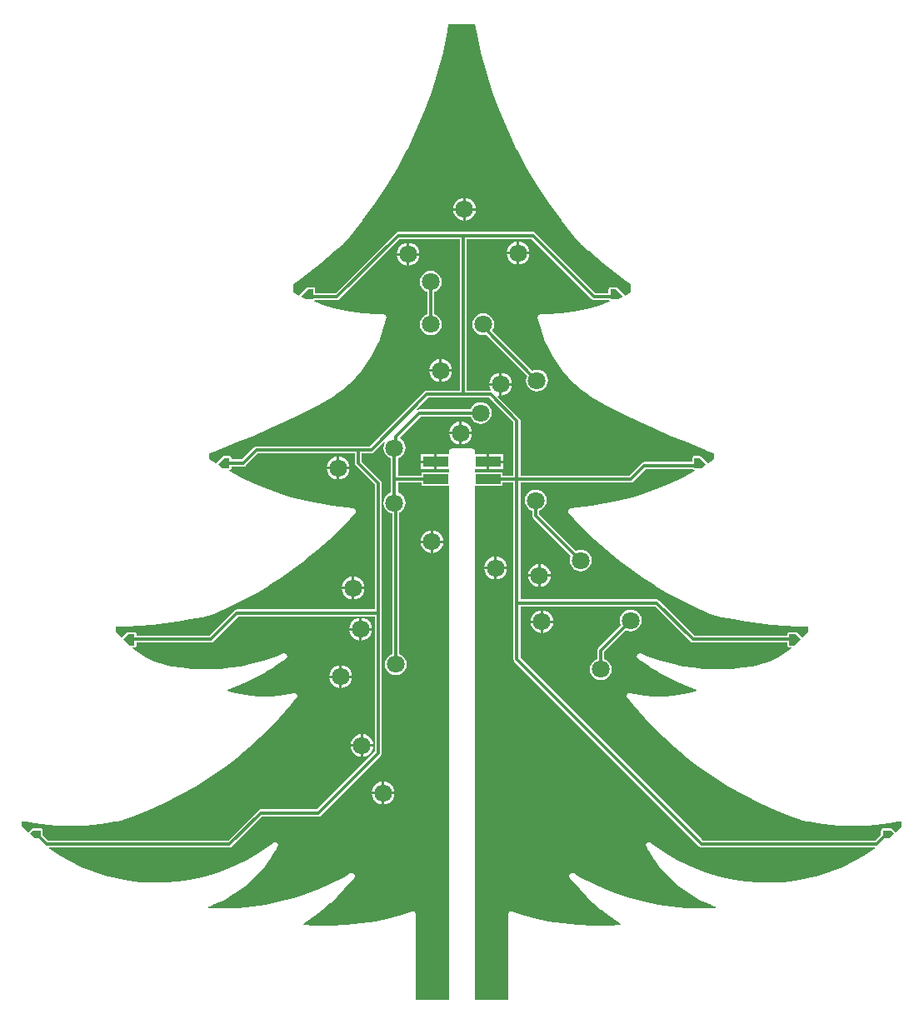
<source format=gbr>
%TF.GenerationSoftware,Altium Limited,Altium Designer,21.2.1 (34)*%
G04 Layer_Physical_Order=1*
G04 Layer_Color=6711008*
%FSLAX25Y25*%
%MOIN*%
%TF.SameCoordinates,D4E26BF7-8A77-4173-AB59-83025396DDF1*%
%TF.FilePolarity,Positive*%
%TF.FileFunction,Copper,L1,Top,Signal*%
%TF.Part,Single*%
G01*
G75*
%TA.AperFunction,SMDPad,CuDef*%
%ADD10R,0.09843X0.03937*%
%ADD11R,0.01968X0.01968*%
%TA.AperFunction,Conductor*%
%ADD12C,0.01181*%
%TA.AperFunction,ViaPad*%
%ADD13C,0.07087*%
G36*
X188918Y413043D02*
X188925Y413024D01*
X188926Y413002D01*
X190676Y404901D01*
X190688Y404875D01*
X190690Y404847D01*
X192814Y396835D01*
X192826Y396810D01*
X192829Y396782D01*
X195322Y388877D01*
X195336Y388852D01*
X195340Y388824D01*
X198196Y381044D01*
X198211Y381019D01*
X198217Y380992D01*
X201431Y373352D01*
X201446Y373328D01*
X201453Y373301D01*
X205017Y365818D01*
X205034Y365795D01*
X205043Y365768D01*
X208949Y358458D01*
X208967Y358437D01*
X208977Y358410D01*
X213218Y351289D01*
X213237Y351268D01*
X213248Y351242D01*
X217814Y344325D01*
X217834Y344305D01*
X217846Y344279D01*
X222728Y337581D01*
X222749Y337562D01*
X222762Y337537D01*
X227949Y331072D01*
X227965Y331058D01*
X227976Y331040D01*
X230680Y327899D01*
X230754Y327841D01*
X230813Y327768D01*
X233692Y325321D01*
X233699Y325317D01*
X233704Y325311D01*
X239522Y320488D01*
X239531Y320483D01*
X239537Y320475D01*
X245433Y315748D01*
X245442Y315743D01*
X245449Y315736D01*
X248517Y313357D01*
X248470Y313218D01*
X250500Y312000D01*
Y309000D01*
X250450Y308975D01*
X250530Y308632D01*
X248145Y307453D01*
X248139Y307461D01*
X248068Y307568D01*
X245068Y310568D01*
X244807Y310742D01*
X244500Y310803D01*
X242500D01*
X242193Y310742D01*
X241932Y310568D01*
X241758Y310307D01*
X241697Y310000D01*
Y308405D01*
X236582D01*
X212493Y332493D01*
X212038Y332798D01*
X211500Y332905D01*
X157500D01*
X156962Y332798D01*
X156507Y332493D01*
X132418Y308405D01*
X124303D01*
Y310000D01*
X124242Y310307D01*
X124068Y310568D01*
X123807Y310742D01*
X123500Y310803D01*
X121500D01*
X121193Y310742D01*
X120932Y310568D01*
X117932Y307568D01*
X117869Y307474D01*
X115526Y308632D01*
X115600Y308949D01*
X115500Y309000D01*
Y312000D01*
X117577Y313246D01*
X117539Y313357D01*
X120608Y315736D01*
X120614Y315743D01*
X120623Y315748D01*
X126519Y320476D01*
X126526Y320483D01*
X126535Y320488D01*
X132353Y325311D01*
X132358Y325317D01*
X132364Y325321D01*
X135244Y327768D01*
X135302Y327842D01*
X135376Y327900D01*
X138081Y331040D01*
X138091Y331058D01*
X138107Y331072D01*
X143294Y337536D01*
X143307Y337561D01*
X143328Y337580D01*
X148210Y344277D01*
X148222Y344302D01*
X148242Y344323D01*
X152808Y351238D01*
X152819Y351265D01*
X152838Y351286D01*
X157079Y358405D01*
X157089Y358432D01*
X157107Y358454D01*
X161013Y365763D01*
X161022Y365790D01*
X161039Y365813D01*
X164603Y373294D01*
X164610Y373322D01*
X164626Y373345D01*
X167839Y380984D01*
X167845Y381012D01*
X167860Y381036D01*
X170716Y388816D01*
X170721Y388844D01*
X170734Y388868D01*
X173228Y396772D01*
X173231Y396800D01*
X173243Y396826D01*
X175367Y404836D01*
X175369Y404864D01*
X175381Y404890D01*
X177132Y412991D01*
X177132Y413012D01*
X177140Y413032D01*
X177696Y416120D01*
X188362Y416130D01*
X188918Y413043D01*
D02*
G37*
G36*
X247500Y307000D02*
X245500Y306000D01*
X242500D01*
Y310000D01*
X244500D01*
X247500Y307000D01*
D02*
G37*
G36*
X123500Y306000D02*
X120500D01*
X118500Y307000D01*
X121500Y310000D01*
X123500D01*
Y306000D01*
D02*
G37*
G36*
X235007Y306007D02*
X235462Y305702D01*
X236000Y305595D01*
X241776D01*
X242055Y305297D01*
X242026Y304921D01*
X237789Y303475D01*
X232724Y302109D01*
X227581Y301076D01*
X222381Y300379D01*
X217148Y300024D01*
X214525Y300017D01*
X214398Y299991D01*
X214268Y299988D01*
X214170Y299945D01*
X214064Y299924D01*
X213956Y299851D01*
X213838Y299799D01*
X213763Y299722D01*
X213674Y299662D01*
X213602Y299554D01*
X213513Y299460D01*
X213474Y299360D01*
X213414Y299270D01*
X213389Y299143D01*
X213342Y299022D01*
X213344Y298915D01*
X213324Y298809D01*
X213349Y298682D01*
X213352Y298553D01*
X213733Y296826D01*
X213747Y296795D01*
X213749Y296762D01*
X214700Y293356D01*
X214720Y293316D01*
X214727Y293272D01*
X215923Y289944D01*
X215946Y289906D01*
X215956Y289863D01*
X217391Y286631D01*
X217417Y286595D01*
X217430Y286552D01*
X219098Y283434D01*
X219126Y283399D01*
X219142Y283358D01*
X221032Y280369D01*
X221063Y280337D01*
X221082Y280297D01*
X223185Y277454D01*
X223218Y277424D01*
X223240Y277386D01*
X225545Y274704D01*
X225581Y274676D01*
X225605Y274639D01*
X228100Y272133D01*
X228137Y272108D01*
X228164Y272073D01*
X230835Y269755D01*
X230873Y269733D01*
X230903Y269700D01*
X233736Y267583D01*
X233776Y267564D01*
X233808Y267533D01*
X236787Y265628D01*
X236818Y265616D01*
X236844Y265594D01*
X238384Y264725D01*
X238406Y264717D01*
X238424Y264703D01*
X241455Y263141D01*
X241462Y263139D01*
X241468Y263134D01*
X247568Y260087D01*
X247578Y260084D01*
X247586Y260078D01*
X253737Y257135D01*
X253747Y257132D01*
X253755Y257126D01*
X259954Y254286D01*
X259964Y254284D01*
X259973Y254278D01*
X266218Y251543D01*
X266229Y251540D01*
X266237Y251535D01*
X272528Y248905D01*
X272538Y248903D01*
X272547Y248897D01*
X278882Y246374D01*
X278892Y246372D01*
X278900Y246367D01*
X280683Y245691D01*
X280979Y245507D01*
X281000Y245500D01*
X284000Y244500D01*
Y242000D01*
X282642Y241185D01*
X282656Y241138D01*
X281587Y240445D01*
X281242Y240307D01*
X281068Y240568D01*
X281068Y240568D01*
X278568Y243068D01*
X278307Y243242D01*
X278000Y243303D01*
X276000D01*
X275693Y243242D01*
X275432Y243068D01*
X275258Y242807D01*
X275197Y242500D01*
Y240905D01*
X256000D01*
X255462Y240798D01*
X255007Y240493D01*
X249918Y235405D01*
X206405D01*
Y257500D01*
X206298Y258038D01*
X205993Y258493D01*
X197310Y267177D01*
X197494Y267550D01*
X198000Y267483D01*
Y271500D01*
X193983D01*
X194074Y270814D01*
X194494Y269799D01*
X194375Y269528D01*
X194268Y269405D01*
X184905D01*
Y330095D01*
X210918D01*
X235007Y306007D01*
D02*
G37*
G36*
X203595Y256918D02*
Y235405D01*
X199209D01*
Y236756D01*
X188169D01*
Y238032D01*
X193000D01*
Y241000D01*
Y243969D01*
X188169D01*
Y245079D01*
X188078Y245540D01*
X187817Y245930D01*
X187426Y246191D01*
X186965Y246283D01*
X179091D01*
X178630Y246191D01*
X178240Y245930D01*
X177979Y245540D01*
X177887Y245079D01*
Y243969D01*
X173000D01*
Y241000D01*
Y238032D01*
X177887D01*
Y236756D01*
X166791D01*
Y235405D01*
X157405D01*
Y242394D01*
X158184Y242717D01*
X159089Y243411D01*
X159783Y244316D01*
X160219Y245370D01*
X160368Y246500D01*
X160219Y247631D01*
X159783Y248684D01*
X159089Y249589D01*
X158265Y250221D01*
X158189Y250528D01*
X158192Y250706D01*
X166582Y259095D01*
X186394D01*
X186717Y258316D01*
X187411Y257411D01*
X188316Y256717D01*
X189369Y256281D01*
X190500Y256132D01*
X191630Y256281D01*
X192684Y256717D01*
X193589Y257411D01*
X194283Y258316D01*
X194719Y259369D01*
X194868Y260500D01*
X194719Y261631D01*
X194283Y262684D01*
X193589Y263589D01*
X192684Y264283D01*
X191630Y264719D01*
X190500Y264868D01*
X189369Y264719D01*
X188316Y264283D01*
X187411Y263589D01*
X186717Y262684D01*
X186394Y261905D01*
X166000D01*
X165462Y261798D01*
X165099Y261555D01*
X164848Y261861D01*
X169582Y266595D01*
X193918D01*
X203595Y256918D01*
D02*
G37*
G36*
X182095Y269405D02*
X169000D01*
X168462Y269298D01*
X168007Y268993D01*
X146168Y247155D01*
X100750D01*
X100212Y247048D01*
X99757Y246743D01*
X94918Y241905D01*
X90803D01*
Y242500D01*
X90742Y242807D01*
X90568Y243068D01*
X90307Y243242D01*
X90000Y243303D01*
X88000D01*
X87693Y243242D01*
X87432Y243068D01*
X87432Y243068D01*
X84932Y240568D01*
X84758Y240307D01*
X84430Y240471D01*
X83401Y241138D01*
X83406Y241156D01*
X82000Y242000D01*
Y244500D01*
X85000Y245500D01*
X85031Y245510D01*
X85315Y245669D01*
X87156Y246367D01*
X87165Y246372D01*
X87175Y246374D01*
X93509Y248897D01*
X93518Y248903D01*
X93528Y248905D01*
X99819Y251535D01*
X99828Y251540D01*
X99838Y251543D01*
X106084Y254278D01*
X106092Y254284D01*
X106102Y254286D01*
X112301Y257126D01*
X112310Y257132D01*
X112320Y257135D01*
X118470Y260078D01*
X118478Y260084D01*
X118488Y260087D01*
X124588Y263134D01*
X124594Y263139D01*
X124602Y263141D01*
X127632Y264703D01*
X127650Y264717D01*
X127673Y264725D01*
X129213Y265594D01*
X129238Y265616D01*
X129269Y265628D01*
X132248Y267533D01*
X132281Y267564D01*
X132321Y267583D01*
X135153Y269700D01*
X135183Y269733D01*
X135222Y269755D01*
X137892Y272073D01*
X137920Y272108D01*
X137957Y272133D01*
X140451Y274639D01*
X140476Y274676D01*
X140511Y274704D01*
X142816Y277386D01*
X142838Y277424D01*
X142871Y277454D01*
X144974Y280297D01*
X144993Y280337D01*
X145024Y280369D01*
X146915Y283358D01*
X146931Y283399D01*
X146959Y283434D01*
X148626Y286552D01*
X148639Y286595D01*
X148665Y286631D01*
X150101Y289863D01*
X150110Y289906D01*
X150133Y289944D01*
X151330Y293272D01*
X151336Y293316D01*
X151356Y293356D01*
X152307Y296762D01*
X152309Y296795D01*
X152323Y296826D01*
X152704Y298553D01*
X152707Y298682D01*
X152733Y298809D01*
X152712Y298915D01*
X152714Y299022D01*
X152667Y299143D01*
X152642Y299270D01*
X152583Y299360D01*
X152544Y299460D01*
X152454Y299554D01*
X152382Y299662D01*
X152293Y299722D01*
X152218Y299799D01*
X152100Y299851D01*
X151992Y299924D01*
X151887Y299945D01*
X151788Y299988D01*
X151659Y299991D01*
X151532Y300017D01*
X148909Y300024D01*
X143675Y300379D01*
X138475Y301076D01*
X133332Y302109D01*
X128268Y303475D01*
X124039Y304918D01*
X123971Y305290D01*
X124246Y305595D01*
X133000D01*
X133538Y305702D01*
X133993Y306007D01*
X158082Y330095D01*
X182095D01*
Y269405D01*
D02*
G37*
G36*
X280500Y240000D02*
X279000Y238500D01*
X276000D01*
Y242500D01*
X278000D01*
X280500Y240000D01*
D02*
G37*
G36*
X90000Y238500D02*
X87000D01*
X85500Y240000D01*
X88000Y242500D01*
X90000D01*
Y238500D01*
D02*
G37*
G36*
X140095Y240500D02*
X140202Y239962D01*
X140506Y239507D01*
X148095Y231918D01*
Y181905D01*
X93000D01*
X92462Y181798D01*
X92007Y181493D01*
X81918Y171405D01*
X52803D01*
Y172000D01*
X52742Y172307D01*
X52568Y172568D01*
X52307Y172742D01*
X52000Y172803D01*
X49500D01*
X49193Y172742D01*
X48932Y172568D01*
X47060Y170695D01*
X46572Y170649D01*
X45703Y171622D01*
X45757Y171743D01*
X44500Y173000D01*
Y175000D01*
X48406D01*
X48899Y175022D01*
X48913Y175025D01*
X48927Y175023D01*
X53977Y175363D01*
X53991Y175367D01*
X54005Y175366D01*
X59046Y175821D01*
X59059Y175825D01*
X59073Y175824D01*
X64102Y176396D01*
X64116Y176400D01*
X64130Y176399D01*
X69145Y177086D01*
X69158Y177091D01*
X69172Y177090D01*
X74170Y177892D01*
X74183Y177897D01*
X74197Y177897D01*
X79175Y178813D01*
X79185Y178817D01*
X79195Y178817D01*
X81676Y179318D01*
X81783Y179363D01*
X81897Y179385D01*
X84649Y180520D01*
X84664Y180529D01*
X84681Y180533D01*
X90117Y182960D01*
X90136Y182974D01*
X90159Y182980D01*
X95498Y185613D01*
X95517Y185628D01*
X95540Y185635D01*
X100773Y188472D01*
X100792Y188487D01*
X100814Y188495D01*
X105934Y191532D01*
X105952Y191547D01*
X105974Y191556D01*
X110974Y194787D01*
X110991Y194804D01*
X111012Y194813D01*
X115884Y198235D01*
X115901Y198252D01*
X115922Y198262D01*
X120659Y201869D01*
X120674Y201886D01*
X120695Y201897D01*
X125289Y205683D01*
X125304Y205702D01*
X125325Y205714D01*
X129770Y209674D01*
X129784Y209692D01*
X129804Y209705D01*
X134094Y213833D01*
X134107Y213853D01*
X134127Y213866D01*
X138254Y218156D01*
X138264Y218171D01*
X138278Y218181D01*
X140279Y220385D01*
X140361Y220522D01*
X140460Y220647D01*
X140481Y220722D01*
X140521Y220788D01*
X140545Y220946D01*
X140588Y221100D01*
X140579Y221176D01*
X140591Y221253D01*
X140552Y221408D01*
X140533Y221566D01*
X140496Y221634D01*
X140477Y221709D01*
X140382Y221837D01*
X140304Y221976D01*
X140243Y222024D01*
X140197Y222086D01*
X140060Y222169D01*
X139935Y222268D01*
X139861Y222288D01*
X139795Y222328D01*
X139637Y222352D01*
X139483Y222395D01*
X136724Y222614D01*
X131231Y223301D01*
X125775Y224234D01*
X120366Y225413D01*
X115016Y226835D01*
X109735Y228496D01*
X104535Y230394D01*
X99426Y232524D01*
X94418Y234883D01*
X89827Y237303D01*
X89925Y237697D01*
X90000D01*
X90307Y237758D01*
X90568Y237932D01*
X90742Y238193D01*
X90803Y238500D01*
Y239095D01*
X95500D01*
X96038Y239202D01*
X96493Y239507D01*
X101332Y244345D01*
X140095D01*
Y240500D01*
D02*
G37*
G36*
X275432Y237932D02*
X275693Y237758D01*
X276000Y237697D01*
X276131D01*
X276229Y237303D01*
X271639Y234883D01*
X266631Y232524D01*
X261521Y230394D01*
X256321Y228496D01*
X251041Y226835D01*
X245690Y225413D01*
X240282Y224234D01*
X234825Y223301D01*
X229332Y222614D01*
X226573Y222395D01*
X226420Y222352D01*
X226262Y222328D01*
X226196Y222288D01*
X226121Y222268D01*
X225996Y222169D01*
X225859Y222086D01*
X225813Y222024D01*
X225752Y221976D01*
X225674Y221837D01*
X225579Y221709D01*
X225561Y221634D01*
X225523Y221566D01*
X225504Y221408D01*
X225466Y221253D01*
X225477Y221176D01*
X225468Y221099D01*
X225512Y220946D01*
X225535Y220788D01*
X225575Y220722D01*
X225596Y220647D01*
X225695Y220522D01*
X225777Y220385D01*
X227778Y218181D01*
X227792Y218171D01*
X227802Y218156D01*
X231930Y213866D01*
X231949Y213853D01*
X231962Y213833D01*
X236252Y209705D01*
X236272Y209692D01*
X236286Y209674D01*
X240732Y205714D01*
X240752Y205702D01*
X240767Y205683D01*
X245361Y201897D01*
X245382Y201886D01*
X245398Y201869D01*
X250134Y198262D01*
X250156Y198252D01*
X250172Y198235D01*
X255044Y194813D01*
X255065Y194804D01*
X255082Y194787D01*
X260083Y191556D01*
X260104Y191547D01*
X260122Y191532D01*
X265243Y188495D01*
X265265Y188487D01*
X265283Y188472D01*
X270517Y185635D01*
X270539Y185628D01*
X270558Y185613D01*
X275897Y182980D01*
X275920Y182974D01*
X275939Y182960D01*
X281376Y180533D01*
X281393Y180529D01*
X281407Y180520D01*
X284160Y179385D01*
X284273Y179363D01*
X284380Y179318D01*
X286861Y178817D01*
X286872Y178817D01*
X286881Y178813D01*
X291859Y177897D01*
X291873Y177897D01*
X291886Y177892D01*
X296884Y177090D01*
X296898Y177091D01*
X296912Y177086D01*
X301926Y176399D01*
X301940Y176400D01*
X301954Y176396D01*
X306983Y175824D01*
X306997Y175825D01*
X307011Y175821D01*
X312052Y175366D01*
X312066Y175367D01*
X312079Y175363D01*
X317129Y175023D01*
X317144Y175025D01*
X317157Y175022D01*
X317651Y175000D01*
X321500D01*
Y173000D01*
X320282Y171782D01*
X320353Y171622D01*
X319445Y170606D01*
X318970Y170665D01*
X317068Y172568D01*
X316807Y172742D01*
X316500Y172803D01*
X314000D01*
X313693Y172742D01*
X313432Y172568D01*
X313258Y172307D01*
X313197Y172000D01*
Y171405D01*
X276082D01*
X261993Y185494D01*
X261538Y185798D01*
X261000Y185905D01*
X206405D01*
Y232595D01*
X250500D01*
X251038Y232702D01*
X251493Y233007D01*
X256582Y238095D01*
X275324D01*
X275432Y237932D01*
D02*
G37*
G36*
X318500Y170000D02*
X316000Y167500D01*
X314000D01*
Y172000D01*
X316500D01*
X318500Y170000D01*
D02*
G37*
G36*
X52000Y167500D02*
X50000D01*
X47500Y170000D01*
X49500Y172000D01*
X52000D01*
Y167500D01*
D02*
G37*
G36*
X274507Y169007D02*
X274962Y168702D01*
X275500Y168595D01*
X313197D01*
Y167500D01*
X313258Y167193D01*
X313432Y166932D01*
X313693Y166758D01*
X314000Y166697D01*
X314793D01*
X314917Y166323D01*
X312593Y164594D01*
X309446Y162714D01*
X306126Y161161D01*
X302666Y159950D01*
X300907Y159528D01*
X299001Y159148D01*
X295110Y158572D01*
X291195Y158190D01*
X287266Y158002D01*
X283332Y158010D01*
X279404Y158214D01*
X275490Y158612D01*
X271601Y159204D01*
X267746Y159989D01*
X263936Y160964D01*
X260178Y162127D01*
X256482Y163475D01*
X254671Y164240D01*
X254572Y164260D01*
X254480Y164303D01*
X254344Y164307D01*
X254210Y164335D01*
X254111Y164316D01*
X254010Y164319D01*
X253883Y164272D01*
X253749Y164246D01*
X253664Y164191D01*
X253570Y164155D01*
X253470Y164063D01*
X253356Y163988D01*
X253300Y163904D01*
X253226Y163835D01*
X253169Y163712D01*
X253093Y163599D01*
X253072Y163500D01*
X253030Y163408D01*
X253025Y163272D01*
X252998Y163139D01*
X253017Y163040D01*
X253013Y162938D01*
X253061Y162811D01*
X253086Y162677D01*
X253142Y162593D01*
X253177Y162498D01*
X253270Y162399D01*
X253345Y162285D01*
X253429Y162228D01*
X253497Y162154D01*
X255033Y161046D01*
X255051Y161038D01*
X255064Y161024D01*
X258204Y158905D01*
X258228Y158895D01*
X258247Y158878D01*
X261473Y156894D01*
X261498Y156885D01*
X261517Y156868D01*
X264825Y155021D01*
X264849Y155013D01*
X264869Y154997D01*
X268251Y153292D01*
X268276Y153285D01*
X268297Y153270D01*
X271748Y151708D01*
X271773Y151702D01*
X271795Y151688D01*
X275309Y150274D01*
X275334Y150269D01*
X275356Y150256D01*
X276882Y149715D01*
X276874Y149321D01*
X275212Y148802D01*
X271452Y147938D01*
X267636Y147367D01*
X263788Y147090D01*
X259930Y147111D01*
X256085Y147429D01*
X252276Y148042D01*
X250401Y148494D01*
X250320Y148497D01*
X250244Y148521D01*
X250088Y148506D01*
X249931Y148512D01*
X249856Y148485D01*
X249776Y148477D01*
X249637Y148404D01*
X249490Y148350D01*
X249431Y148296D01*
X249360Y148258D01*
X249260Y148138D01*
X249145Y148032D01*
X249111Y147959D01*
X249060Y147897D01*
X249013Y147747D01*
X248948Y147605D01*
X248945Y147525D01*
X248921Y147448D01*
X248935Y147292D01*
X248929Y147135D01*
X248957Y147060D01*
X248964Y146980D01*
X249037Y146842D01*
X249091Y146695D01*
X249146Y146635D01*
X249183Y146564D01*
X251433Y143791D01*
X251450Y143777D01*
X251461Y143757D01*
X256157Y138377D01*
X256180Y138359D01*
X256196Y138334D01*
X261145Y133185D01*
X261169Y133168D01*
X261186Y133144D01*
X266378Y128240D01*
X266403Y128224D01*
X266421Y128201D01*
X271842Y123552D01*
X271867Y123537D01*
X271887Y123515D01*
X277525Y119132D01*
X277552Y119119D01*
X277572Y119097D01*
X283415Y114991D01*
X283442Y114979D01*
X283463Y114959D01*
X289496Y111137D01*
X289524Y111127D01*
X289546Y111108D01*
X295757Y107581D01*
X295785Y107572D01*
X295808Y107554D01*
X302181Y104330D01*
X302209Y104322D01*
X302233Y104305D01*
X308753Y101392D01*
X308782Y101386D01*
X308807Y101370D01*
X315460Y98773D01*
X315482Y98770D01*
X315501Y98758D01*
X318872Y97581D01*
X318949Y97570D01*
X319019Y97540D01*
X321852Y96938D01*
X321881Y96938D01*
X321909Y96928D01*
X327625Y95999D01*
X327664Y96000D01*
X327702Y95989D01*
X333466Y95430D01*
X333505Y95434D01*
X333543Y95425D01*
X339331Y95238D01*
X339370Y95244D01*
X339409Y95238D01*
X345197Y95423D01*
X345235Y95432D01*
X345274Y95428D01*
X351038Y95985D01*
X351076Y95996D01*
X351115Y95995D01*
X355716Y96741D01*
X355999Y96500D01*
X356000D01*
X356500Y97000D01*
X359000D01*
Y95000D01*
X357407Y93726D01*
X357438Y93650D01*
X356542Y92793D01*
X356318Y92818D01*
X356318Y92818D01*
X355068Y94068D01*
X354807Y94242D01*
X354500Y94303D01*
X351500D01*
X351193Y94242D01*
X350932Y94068D01*
X350758Y93807D01*
X350697Y93500D01*
Y91684D01*
X348418Y89405D01*
X279582D01*
X206405Y162582D01*
Y183095D01*
X260418D01*
X274507Y169007D01*
D02*
G37*
G36*
X148095Y125082D02*
X124918Y101905D01*
X102500D01*
X101962Y101798D01*
X101507Y101493D01*
X89418Y89405D01*
X17582D01*
X15303Y91684D01*
Y93500D01*
X15242Y93807D01*
X15068Y94068D01*
X14807Y94242D01*
X14500Y94303D01*
X11500D01*
X11500Y94303D01*
X11193Y94242D01*
X10932Y94068D01*
X10932Y94068D01*
X9682Y92818D01*
X9508Y92799D01*
X8618Y93650D01*
X8635Y93692D01*
X7000Y95000D01*
Y97000D01*
X9500D01*
X9996Y96504D01*
X10284Y96750D01*
X14941Y95995D01*
X14981Y95996D01*
X15018Y95985D01*
X20782Y95428D01*
X20821Y95432D01*
X20860Y95423D01*
X26648Y95238D01*
X26686Y95244D01*
X26725Y95238D01*
X32513Y95425D01*
X32551Y95434D01*
X32590Y95430D01*
X38355Y95989D01*
X38392Y96000D01*
X38431Y95999D01*
X44147Y96928D01*
X44175Y96938D01*
X44205Y96938D01*
X47037Y97540D01*
X47108Y97570D01*
X47184Y97581D01*
X50555Y98758D01*
X50574Y98770D01*
X50596Y98773D01*
X57249Y101370D01*
X57274Y101386D01*
X57303Y101392D01*
X63823Y104305D01*
X63847Y104322D01*
X63876Y104330D01*
X70249Y107554D01*
X70272Y107572D01*
X70300Y107581D01*
X76510Y111108D01*
X76532Y111127D01*
X76560Y111137D01*
X82593Y114958D01*
X82615Y114979D01*
X82642Y114991D01*
X88485Y119097D01*
X88505Y119119D01*
X88531Y119132D01*
X94170Y123515D01*
X94189Y123537D01*
X94214Y123552D01*
X99636Y128201D01*
X99654Y128224D01*
X99679Y128240D01*
X104870Y133144D01*
X104887Y133168D01*
X104911Y133185D01*
X109860Y138334D01*
X109876Y138359D01*
X109900Y138377D01*
X114595Y143757D01*
X114606Y143777D01*
X114623Y143791D01*
X116873Y146564D01*
X116911Y146635D01*
X116965Y146695D01*
X117019Y146842D01*
X117092Y146980D01*
X117099Y147060D01*
X117127Y147135D01*
X117121Y147292D01*
X117135Y147448D01*
X117112Y147525D01*
X117108Y147605D01*
X117043Y147747D01*
X116996Y147897D01*
X116945Y147959D01*
X116911Y148032D01*
X116796Y148138D01*
X116696Y148258D01*
X116625Y148296D01*
X116566Y148350D01*
X116419Y148404D01*
X116281Y148477D01*
X116200Y148485D01*
X116125Y148512D01*
X115969Y148506D01*
X115813Y148521D01*
X115736Y148497D01*
X115656Y148494D01*
X113780Y148042D01*
X109971Y147429D01*
X106126Y147111D01*
X102268Y147090D01*
X98420Y147367D01*
X94604Y147938D01*
X90844Y148802D01*
X89182Y149321D01*
X89174Y149715D01*
X90700Y150256D01*
X90722Y150269D01*
X90748Y150274D01*
X94261Y151688D01*
X94283Y151702D01*
X94308Y151708D01*
X97759Y153270D01*
X97780Y153285D01*
X97805Y153292D01*
X101187Y154997D01*
X101207Y155013D01*
X101232Y155021D01*
X104539Y156868D01*
X104559Y156885D01*
X104583Y156894D01*
X107809Y158878D01*
X107828Y158895D01*
X107852Y158905D01*
X110992Y161024D01*
X111005Y161038D01*
X111023Y161046D01*
X112559Y162154D01*
X112628Y162228D01*
X112712Y162285D01*
X112786Y162399D01*
X112879Y162498D01*
X112914Y162593D01*
X112970Y162677D01*
X112996Y162811D01*
X113043Y162938D01*
X113039Y163040D01*
X113058Y163139D01*
X113031Y163272D01*
X113026Y163408D01*
X112984Y163500D01*
X112964Y163599D01*
X112887Y163712D01*
X112831Y163835D01*
X112757Y163904D01*
X112700Y163988D01*
X112586Y164063D01*
X112487Y164155D01*
X112392Y164191D01*
X112307Y164246D01*
X112174Y164272D01*
X112046Y164319D01*
X111945Y164316D01*
X111846Y164335D01*
X111713Y164307D01*
X111577Y164303D01*
X111485Y164260D01*
X111386Y164240D01*
X109574Y163475D01*
X105878Y162127D01*
X102121Y160964D01*
X98310Y159989D01*
X94455Y159204D01*
X90566Y158612D01*
X86653Y158214D01*
X82724Y158010D01*
X78790Y158002D01*
X74861Y158190D01*
X70946Y158572D01*
X67055Y159148D01*
X65149Y159528D01*
X63390Y159950D01*
X59930Y161161D01*
X56610Y162714D01*
X53464Y164594D01*
X51139Y166323D01*
X51263Y166697D01*
X52000D01*
X52307Y166758D01*
X52568Y166932D01*
X52742Y167193D01*
X52803Y167500D01*
Y168595D01*
X82500D01*
X83038Y168702D01*
X83493Y169007D01*
X93582Y179095D01*
X148095D01*
Y125082D01*
D02*
G37*
G36*
X355750Y92250D02*
X354000Y90500D01*
X351500D01*
Y93500D01*
X354500D01*
X355750Y92250D01*
D02*
G37*
G36*
X14500Y90500D02*
X12000D01*
X10250Y92250D01*
X11500Y93500D01*
X14500D01*
Y90500D01*
D02*
G37*
G36*
X203595Y184500D02*
Y162000D01*
X203702Y161462D01*
X204007Y161006D01*
X278007Y87007D01*
X278462Y86702D01*
X279000Y86595D01*
X348267D01*
X348390Y86221D01*
X348020Y85949D01*
X343886Y83302D01*
X339590Y80927D01*
X335150Y78835D01*
X330583Y77035D01*
X325910Y75533D01*
X321150Y74337D01*
X316322Y73451D01*
X311446Y72879D01*
X306545Y72623D01*
X301637Y72685D01*
X296743Y73063D01*
X291883Y73757D01*
X287079Y74764D01*
X282350Y76080D01*
X277716Y77698D01*
X273196Y79612D01*
X268810Y81815D01*
X264575Y84297D01*
X260509Y87047D01*
X258569Y88550D01*
X258365Y88652D01*
X258162Y88756D01*
X258155Y88757D01*
X258149Y88760D01*
X257921Y88776D01*
X257693Y88795D01*
X257687Y88793D01*
X257680Y88793D01*
X257463Y88720D01*
X257246Y88651D01*
X257241Y88646D01*
X257234Y88644D01*
X257062Y88494D01*
X256888Y88347D01*
X256885Y88341D01*
X256879Y88336D01*
X256778Y88132D01*
X256673Y87929D01*
X256673Y87922D01*
X256670Y87916D01*
X256654Y87688D01*
X256635Y87460D01*
X256637Y87454D01*
X256637Y87447D01*
X256709Y87230D01*
X256779Y87013D01*
X257673Y85406D01*
X257695Y85380D01*
X257706Y85349D01*
X259668Y82237D01*
X259699Y82205D01*
X259718Y82165D01*
X261901Y79205D01*
X261934Y79175D01*
X261956Y79136D01*
X264351Y76344D01*
X264386Y76316D01*
X264410Y76279D01*
X267003Y73670D01*
X267040Y73645D01*
X267067Y73610D01*
X269843Y71197D01*
X269882Y71175D01*
X269912Y71142D01*
X272857Y68939D01*
X272898Y68920D01*
X272930Y68889D01*
X276028Y66907D01*
X276070Y66891D01*
X276104Y66863D01*
X279340Y65113D01*
X279382Y65100D01*
X279419Y65074D01*
X282773Y63566D01*
X282817Y63556D01*
X282855Y63533D01*
X284596Y62899D01*
X284542Y62509D01*
X283608Y62441D01*
X278053Y62342D01*
X272501Y62547D01*
X266969Y63054D01*
X261473Y63862D01*
X256029Y64969D01*
X250653Y66372D01*
X245362Y68065D01*
X240171Y70045D01*
X235096Y72305D01*
X230152Y74839D01*
X227753Y76239D01*
X227736Y76245D01*
X227722Y76256D01*
X227514Y76321D01*
X227309Y76392D01*
X227291Y76391D01*
X227273Y76396D01*
X227057Y76376D01*
X226840Y76363D01*
X226823Y76355D01*
X226805Y76354D01*
X226613Y76253D01*
X226417Y76157D01*
X226405Y76144D01*
X226389Y76135D01*
X226250Y75968D01*
X226106Y75805D01*
X226100Y75788D01*
X226088Y75774D01*
X226024Y75567D01*
X225953Y75361D01*
X225954Y75343D01*
X225949Y75326D01*
X225968Y75109D01*
X225981Y74892D01*
X225990Y74876D01*
X225991Y74858D01*
X226092Y74665D01*
X226187Y74470D01*
X226201Y74458D01*
X226209Y74442D01*
X227437Y72923D01*
X227454Y72908D01*
X227466Y72888D01*
X230032Y69945D01*
X230057Y69926D01*
X230073Y69901D01*
X232783Y67089D01*
X232808Y67072D01*
X232826Y67047D01*
X235673Y64374D01*
X235699Y64358D01*
X235718Y64334D01*
X238695Y61806D01*
X238721Y61791D01*
X238742Y61769D01*
X241841Y59393D01*
X241868Y59379D01*
X241890Y59357D01*
X245104Y57139D01*
X245132Y57127D01*
X245154Y57106D01*
X246620Y56199D01*
X246526Y55817D01*
X241644Y55450D01*
X235614Y55355D01*
X229590Y55615D01*
X223591Y56230D01*
X217639Y57197D01*
X211754Y58514D01*
X205957Y60175D01*
X203113Y61176D01*
X202912Y61204D01*
X202713Y61244D01*
X202680Y61237D01*
X202647Y61242D01*
X202451Y61191D01*
X202252Y61152D01*
X202225Y61133D01*
X202192Y61125D01*
X202030Y61004D01*
X201862Y60891D01*
X201843Y60863D01*
X201817Y60843D01*
X201713Y60669D01*
X201601Y60500D01*
X201594Y60468D01*
X201577Y60439D01*
X201549Y60238D01*
X201509Y60039D01*
X201509Y25811D01*
X188169D01*
X188169Y231244D01*
X199209D01*
Y232595D01*
X203595D01*
Y184500D01*
D02*
G37*
G36*
X152217Y248684D02*
X151781Y247631D01*
X151632Y246500D01*
X151781Y245370D01*
X152217Y244316D01*
X152911Y243411D01*
X153816Y242717D01*
X154595Y242394D01*
Y234000D01*
Y228606D01*
X153816Y228283D01*
X152911Y227589D01*
X152217Y226684D01*
X151781Y225630D01*
X151632Y224500D01*
X151781Y223370D01*
X152217Y222316D01*
X152911Y221411D01*
X153816Y220717D01*
X154869Y220281D01*
X155095Y220251D01*
Y164106D01*
X154316Y163783D01*
X153411Y163089D01*
X152717Y162184D01*
X152281Y161130D01*
X152132Y160000D01*
X152281Y158870D01*
X152717Y157816D01*
X153411Y156911D01*
X154316Y156217D01*
X155369Y155781D01*
X156500Y155632D01*
X157631Y155781D01*
X158684Y156217D01*
X159589Y156911D01*
X160283Y157816D01*
X160719Y158870D01*
X160868Y160000D01*
X160719Y161130D01*
X160283Y162184D01*
X159589Y163089D01*
X158684Y163783D01*
X157905Y164106D01*
Y220602D01*
X158184Y220717D01*
X159089Y221411D01*
X159783Y222316D01*
X160219Y223370D01*
X160368Y224500D01*
X160219Y225630D01*
X159783Y226684D01*
X159089Y227589D01*
X158184Y228283D01*
X157405Y228606D01*
Y232595D01*
X166791D01*
Y231244D01*
X177887D01*
X177887Y25811D01*
X164547D01*
X164547Y60039D01*
X164508Y60239D01*
X164479Y60439D01*
X164462Y60467D01*
X164456Y60500D01*
X164343Y60669D01*
X164240Y60843D01*
X164213Y60863D01*
X164195Y60891D01*
X164026Y61004D01*
X163864Y61125D01*
X163832Y61133D01*
X163804Y61152D01*
X163605Y61191D01*
X163409Y61242D01*
X163376Y61237D01*
X163343Y61244D01*
X163144Y61204D01*
X162944Y61175D01*
X160099Y60175D01*
X154302Y58514D01*
X148418Y57197D01*
X142465Y56230D01*
X136467Y55615D01*
X130442Y55355D01*
X124412Y55450D01*
X119530Y55817D01*
X119437Y56199D01*
X120902Y57106D01*
X120925Y57127D01*
X120953Y57139D01*
X124167Y59357D01*
X124188Y59379D01*
X124215Y59393D01*
X127315Y61769D01*
X127335Y61791D01*
X127362Y61806D01*
X130338Y64334D01*
X130357Y64358D01*
X130383Y64374D01*
X133230Y67047D01*
X133248Y67072D01*
X133273Y67089D01*
X135983Y69901D01*
X136000Y69926D01*
X136024Y69945D01*
X138591Y72888D01*
X138602Y72908D01*
X138619Y72923D01*
X139847Y74442D01*
X139855Y74458D01*
X139869Y74470D01*
X139964Y74665D01*
X140065Y74858D01*
X140067Y74876D01*
X140075Y74892D01*
X140088Y75109D01*
X140108Y75326D01*
X140102Y75343D01*
X140103Y75361D01*
X140033Y75567D01*
X139968Y75774D01*
X139956Y75788D01*
X139950Y75805D01*
X139806Y75968D01*
X139667Y76135D01*
X139651Y76144D01*
X139639Y76157D01*
X139444Y76253D01*
X139251Y76354D01*
X139233Y76355D01*
X139217Y76363D01*
X139000Y76376D01*
X138783Y76396D01*
X138766Y76391D01*
X138748Y76392D01*
X138542Y76321D01*
X138335Y76256D01*
X138321Y76245D01*
X138303Y76239D01*
X135904Y74839D01*
X130960Y72305D01*
X125885Y70045D01*
X120694Y68065D01*
X115403Y66372D01*
X110028Y64969D01*
X104584Y63862D01*
X99087Y63054D01*
X93555Y62547D01*
X88003Y62342D01*
X82449Y62441D01*
X81515Y62509D01*
X81460Y62899D01*
X83201Y63533D01*
X83240Y63556D01*
X83283Y63566D01*
X86638Y65074D01*
X86674Y65100D01*
X86717Y65113D01*
X89952Y66863D01*
X89986Y66891D01*
X90028Y66907D01*
X93126Y68889D01*
X93159Y68920D01*
X93199Y68939D01*
X96144Y71142D01*
X96174Y71175D01*
X96213Y71197D01*
X98989Y73610D01*
X99016Y73645D01*
X99054Y73670D01*
X101646Y76279D01*
X101671Y76317D01*
X101706Y76344D01*
X104100Y79136D01*
X104122Y79175D01*
X104155Y79205D01*
X106339Y82165D01*
X106358Y82205D01*
X106388Y82237D01*
X108350Y85349D01*
X108362Y85380D01*
X108384Y85406D01*
X109277Y87013D01*
X109347Y87231D01*
X109420Y87447D01*
X109419Y87454D01*
X109421Y87461D01*
X109403Y87689D01*
X109387Y87916D01*
X109384Y87922D01*
X109383Y87929D01*
X109279Y88133D01*
X109177Y88336D01*
X109172Y88341D01*
X109169Y88347D01*
X108994Y88495D01*
X108822Y88644D01*
X108816Y88646D01*
X108810Y88651D01*
X108592Y88721D01*
X108376Y88793D01*
X108370Y88793D01*
X108363Y88795D01*
X108135Y88776D01*
X107908Y88760D01*
X107902Y88757D01*
X107895Y88757D01*
X107691Y88652D01*
X107487Y88550D01*
X105547Y87047D01*
X101482Y84297D01*
X97247Y81815D01*
X92860Y79612D01*
X88340Y77698D01*
X83706Y76080D01*
X78977Y74765D01*
X74173Y73758D01*
X69314Y73063D01*
X64420Y72685D01*
X59512Y72623D01*
X54610Y72879D01*
X49735Y73451D01*
X44907Y74337D01*
X40146Y75533D01*
X35473Y77035D01*
X30907Y78835D01*
X26466Y80927D01*
X22170Y83302D01*
X18036Y85949D01*
X17667Y86221D01*
X17789Y86595D01*
X90000D01*
X90538Y86702D01*
X90993Y87007D01*
X103082Y99095D01*
X125500D01*
X126038Y99202D01*
X126494Y99507D01*
X150494Y123506D01*
X150798Y123962D01*
X150905Y124500D01*
Y180500D01*
Y232500D01*
X150798Y233038D01*
X150494Y233493D01*
X142905Y241082D01*
Y244345D01*
X146750D01*
X147288Y244452D01*
X147743Y244757D01*
X151903Y248916D01*
X152217Y248684D01*
D02*
G37*
%LPC*%
G36*
X184500Y346517D02*
Y342500D01*
X188517D01*
X188426Y343186D01*
X187969Y344291D01*
X187240Y345240D01*
X186291Y345969D01*
X185186Y346426D01*
X184500Y346517D01*
D02*
G37*
G36*
X183500D02*
X182814Y346426D01*
X181709Y345969D01*
X180760Y345240D01*
X180031Y344291D01*
X179574Y343186D01*
X179483Y342500D01*
X183500D01*
Y346517D01*
D02*
G37*
G36*
X188517Y341500D02*
X184500D01*
Y337483D01*
X185186Y337574D01*
X186291Y338031D01*
X187240Y338760D01*
X187969Y339709D01*
X188426Y340814D01*
X188517Y341500D01*
D02*
G37*
G36*
X183500D02*
X179483D01*
X179574Y340814D01*
X180031Y339709D01*
X180760Y338760D01*
X181709Y338031D01*
X182814Y337574D01*
X183500Y337483D01*
Y341500D01*
D02*
G37*
G36*
X206000Y329017D02*
Y325000D01*
X210017D01*
X209926Y325686D01*
X209469Y326791D01*
X208740Y327740D01*
X207791Y328469D01*
X206686Y328926D01*
X206000Y329017D01*
D02*
G37*
G36*
X205000D02*
X204314Y328926D01*
X203209Y328469D01*
X202260Y327740D01*
X201531Y326791D01*
X201074Y325686D01*
X200983Y325000D01*
X205000D01*
Y329017D01*
D02*
G37*
G36*
X210017Y324000D02*
X206000D01*
Y319983D01*
X206686Y320074D01*
X207791Y320531D01*
X208740Y321260D01*
X209469Y322209D01*
X209926Y323314D01*
X210017Y324000D01*
D02*
G37*
G36*
X205000D02*
X200983D01*
X201074Y323314D01*
X201531Y322209D01*
X202260Y321260D01*
X203209Y320531D01*
X204314Y320074D01*
X205000Y319983D01*
Y324000D01*
D02*
G37*
G36*
X199000Y276517D02*
Y272500D01*
X203017D01*
X202926Y273186D01*
X202469Y274291D01*
X201740Y275240D01*
X200791Y275969D01*
X199686Y276426D01*
X199000Y276517D01*
D02*
G37*
G36*
X198000D02*
X197314Y276426D01*
X196209Y275969D01*
X195260Y275240D01*
X194531Y274291D01*
X194074Y273186D01*
X193983Y272500D01*
X198000D01*
Y276517D01*
D02*
G37*
G36*
X191500Y300368D02*
X190369Y300219D01*
X189316Y299783D01*
X188411Y299089D01*
X187717Y298184D01*
X187281Y297130D01*
X187132Y296000D01*
X187281Y294869D01*
X187717Y293816D01*
X188411Y292911D01*
X189316Y292217D01*
X190369Y291781D01*
X191500Y291632D01*
X192631Y291781D01*
X192702Y291811D01*
X209103Y275410D01*
X208781Y274630D01*
X208632Y273500D01*
X208781Y272370D01*
X209217Y271316D01*
X209911Y270411D01*
X210816Y269717D01*
X211870Y269281D01*
X213000Y269132D01*
X214130Y269281D01*
X215184Y269717D01*
X216089Y270411D01*
X216783Y271316D01*
X217219Y272370D01*
X217368Y273500D01*
X217219Y274630D01*
X216783Y275684D01*
X216089Y276589D01*
X215184Y277283D01*
X214130Y277719D01*
X213000Y277868D01*
X211870Y277719D01*
X211090Y277396D01*
X195017Y293470D01*
X195283Y293816D01*
X195719Y294869D01*
X195868Y296000D01*
X195719Y297130D01*
X195283Y298184D01*
X194589Y299089D01*
X193684Y299783D01*
X192631Y300219D01*
X191500Y300368D01*
D02*
G37*
G36*
X203017Y271500D02*
X199000D01*
Y267483D01*
X199686Y267574D01*
X200791Y268031D01*
X201740Y268760D01*
X202469Y269709D01*
X202926Y270814D01*
X203017Y271500D01*
D02*
G37*
G36*
X183000Y257017D02*
Y253000D01*
X187017D01*
X186926Y253686D01*
X186469Y254791D01*
X185740Y255740D01*
X184791Y256469D01*
X183686Y256926D01*
X183000Y257017D01*
D02*
G37*
G36*
X182000D02*
X181314Y256926D01*
X180209Y256469D01*
X179260Y255740D01*
X178531Y254791D01*
X178074Y253686D01*
X177983Y253000D01*
X182000D01*
Y257017D01*
D02*
G37*
G36*
X187017Y252000D02*
X183000D01*
Y247983D01*
X183686Y248074D01*
X184791Y248531D01*
X185740Y249260D01*
X186469Y250209D01*
X186926Y251314D01*
X187017Y252000D01*
D02*
G37*
G36*
X182000D02*
X177983D01*
X178074Y251314D01*
X178531Y250209D01*
X179260Y249260D01*
X180209Y248531D01*
X181314Y248074D01*
X182000Y247983D01*
Y252000D01*
D02*
G37*
G36*
X199421Y243969D02*
X194000D01*
Y241500D01*
X199421D01*
Y243969D01*
D02*
G37*
G36*
X172000D02*
X166579D01*
Y241500D01*
X172000D01*
Y243969D01*
D02*
G37*
G36*
X199421Y240500D02*
X194000D01*
Y238032D01*
X199421D01*
Y240500D01*
D02*
G37*
G36*
X172000D02*
X166579D01*
Y238032D01*
X172000D01*
Y240500D01*
D02*
G37*
G36*
X162000Y328517D02*
Y324500D01*
X166017D01*
X165926Y325186D01*
X165469Y326291D01*
X164740Y327240D01*
X163791Y327969D01*
X162686Y328426D01*
X162000Y328517D01*
D02*
G37*
G36*
X161000D02*
X160314Y328426D01*
X159209Y327969D01*
X158260Y327240D01*
X157531Y326291D01*
X157074Y325186D01*
X156983Y324500D01*
X161000D01*
Y328517D01*
D02*
G37*
G36*
X166017Y323500D02*
X162000D01*
Y319483D01*
X162686Y319574D01*
X163791Y320031D01*
X164740Y320760D01*
X165469Y321709D01*
X165926Y322814D01*
X166017Y323500D01*
D02*
G37*
G36*
X161000D02*
X156983D01*
X157074Y322814D01*
X157531Y321709D01*
X158260Y320760D01*
X159209Y320031D01*
X160314Y319574D01*
X161000Y319483D01*
Y323500D01*
D02*
G37*
G36*
X170500Y317368D02*
X169369Y317219D01*
X168316Y316783D01*
X167411Y316089D01*
X166717Y315184D01*
X166281Y314130D01*
X166132Y313000D01*
X166281Y311870D01*
X166717Y310816D01*
X167411Y309911D01*
X168316Y309217D01*
X169095Y308894D01*
Y300106D01*
X168316Y299783D01*
X167411Y299089D01*
X166717Y298184D01*
X166281Y297130D01*
X166132Y296000D01*
X166281Y294869D01*
X166717Y293816D01*
X167411Y292911D01*
X168316Y292217D01*
X169369Y291781D01*
X170500Y291632D01*
X171631Y291781D01*
X172684Y292217D01*
X173589Y292911D01*
X174283Y293816D01*
X174719Y294869D01*
X174868Y296000D01*
X174719Y297130D01*
X174283Y298184D01*
X173589Y299089D01*
X172684Y299783D01*
X171905Y300106D01*
Y308894D01*
X172684Y309217D01*
X173589Y309911D01*
X174283Y310816D01*
X174719Y311870D01*
X174868Y313000D01*
X174719Y314130D01*
X174283Y315184D01*
X173589Y316089D01*
X172684Y316783D01*
X171631Y317219D01*
X170500Y317368D01*
D02*
G37*
G36*
X175000Y282017D02*
Y278000D01*
X179017D01*
X178926Y278686D01*
X178469Y279791D01*
X177740Y280740D01*
X176791Y281469D01*
X175686Y281926D01*
X175000Y282017D01*
D02*
G37*
G36*
X174000D02*
X173314Y281926D01*
X172209Y281469D01*
X171260Y280740D01*
X170531Y279791D01*
X170074Y278686D01*
X169983Y278000D01*
X174000D01*
Y282017D01*
D02*
G37*
G36*
X179017Y277000D02*
X175000D01*
Y272983D01*
X175686Y273074D01*
X176791Y273531D01*
X177740Y274260D01*
X178469Y275209D01*
X178926Y276314D01*
X179017Y277000D01*
D02*
G37*
G36*
X174000D02*
X169983D01*
X170074Y276314D01*
X170531Y275209D01*
X171260Y274260D01*
X172209Y273531D01*
X173314Y273074D01*
X174000Y272983D01*
Y277000D01*
D02*
G37*
G36*
X134000Y243017D02*
Y239000D01*
X138017D01*
X137926Y239686D01*
X137469Y240791D01*
X136740Y241740D01*
X135791Y242469D01*
X134686Y242926D01*
X134000Y243017D01*
D02*
G37*
G36*
X133000D02*
X132314Y242926D01*
X131209Y242469D01*
X130260Y241740D01*
X129531Y240791D01*
X129074Y239686D01*
X128983Y239000D01*
X133000D01*
Y243017D01*
D02*
G37*
G36*
X138017Y238000D02*
X134000D01*
Y233983D01*
X134686Y234074D01*
X135791Y234531D01*
X136740Y235260D01*
X137469Y236209D01*
X137926Y237314D01*
X138017Y238000D01*
D02*
G37*
G36*
X133000D02*
X128983D01*
X129074Y237314D01*
X129531Y236209D01*
X130260Y235260D01*
X131209Y234531D01*
X132314Y234074D01*
X133000Y233983D01*
Y238000D01*
D02*
G37*
G36*
X140000Y195017D02*
Y191000D01*
X144017D01*
X143926Y191686D01*
X143469Y192791D01*
X142740Y193740D01*
X141791Y194469D01*
X140686Y194926D01*
X140000Y195017D01*
D02*
G37*
G36*
X139000D02*
X138314Y194926D01*
X137209Y194469D01*
X136260Y193740D01*
X135531Y192791D01*
X135074Y191686D01*
X134983Y191000D01*
X139000D01*
Y195017D01*
D02*
G37*
G36*
X144017Y190000D02*
X140000D01*
Y185983D01*
X140686Y186074D01*
X141791Y186531D01*
X142740Y187260D01*
X143469Y188209D01*
X143926Y189314D01*
X144017Y190000D01*
D02*
G37*
G36*
X139000D02*
X134983D01*
X135074Y189314D01*
X135531Y188209D01*
X136260Y187260D01*
X137209Y186531D01*
X138314Y186074D01*
X139000Y185983D01*
Y190000D01*
D02*
G37*
G36*
X47484Y172030D02*
X47469Y172016D01*
X47484D01*
Y172030D01*
D02*
G37*
G36*
X212500Y229868D02*
X211369Y229719D01*
X210316Y229283D01*
X209411Y228589D01*
X208717Y227684D01*
X208281Y226630D01*
X208132Y225500D01*
X208281Y224370D01*
X208717Y223316D01*
X209411Y222411D01*
X210316Y221717D01*
X211095Y221394D01*
Y219500D01*
X211202Y218962D01*
X211507Y218507D01*
X226604Y203410D01*
X226281Y202630D01*
X226132Y201500D01*
X226281Y200370D01*
X226717Y199316D01*
X227411Y198411D01*
X228316Y197717D01*
X229369Y197281D01*
X230500Y197132D01*
X231630Y197281D01*
X232684Y197717D01*
X233589Y198411D01*
X234283Y199316D01*
X234719Y200370D01*
X234868Y201500D01*
X234719Y202630D01*
X234283Y203684D01*
X233589Y204589D01*
X232684Y205283D01*
X231630Y205719D01*
X230500Y205868D01*
X229369Y205719D01*
X228590Y205397D01*
X213905Y220082D01*
Y221394D01*
X214684Y221717D01*
X215589Y222411D01*
X216283Y223316D01*
X216719Y224370D01*
X216868Y225500D01*
X216719Y226630D01*
X216283Y227684D01*
X215589Y228589D01*
X214684Y229283D01*
X213631Y229719D01*
X212500Y229868D01*
D02*
G37*
G36*
X214500Y200017D02*
Y196000D01*
X218517D01*
X218426Y196686D01*
X217969Y197791D01*
X217240Y198740D01*
X216291Y199469D01*
X215186Y199926D01*
X214500Y200017D01*
D02*
G37*
G36*
X213500D02*
X212814Y199926D01*
X211709Y199469D01*
X210760Y198740D01*
X210031Y197791D01*
X209574Y196686D01*
X209483Y196000D01*
X213500D01*
Y200017D01*
D02*
G37*
G36*
X218517Y195000D02*
X214500D01*
Y190983D01*
X215186Y191074D01*
X216291Y191531D01*
X217240Y192260D01*
X217969Y193209D01*
X218426Y194314D01*
X218517Y195000D01*
D02*
G37*
G36*
X213500D02*
X209483D01*
X209574Y194314D01*
X210031Y193209D01*
X210760Y192260D01*
X211709Y191531D01*
X212814Y191074D01*
X213500Y190983D01*
Y195000D01*
D02*
G37*
G36*
X318516Y172030D02*
Y172016D01*
X318531D01*
X318516Y172030D01*
D02*
G37*
G36*
X215500Y181517D02*
Y177500D01*
X219517D01*
X219426Y178186D01*
X218969Y179291D01*
X218240Y180240D01*
X217291Y180969D01*
X216186Y181426D01*
X215500Y181517D01*
D02*
G37*
G36*
X214500D02*
X213814Y181426D01*
X212709Y180969D01*
X211760Y180240D01*
X211031Y179291D01*
X210574Y178186D01*
X210483Y177500D01*
X214500D01*
Y181517D01*
D02*
G37*
G36*
X250500Y181868D02*
X249370Y181719D01*
X248316Y181283D01*
X247411Y180589D01*
X246717Y179684D01*
X246281Y178630D01*
X246132Y177500D01*
X246281Y176370D01*
X246603Y175590D01*
X237507Y166493D01*
X237202Y166038D01*
X237095Y165500D01*
Y162106D01*
X236316Y161783D01*
X235411Y161089D01*
X234717Y160184D01*
X234281Y159131D01*
X234132Y158000D01*
X234281Y156869D01*
X234717Y155816D01*
X235411Y154911D01*
X236316Y154217D01*
X237369Y153781D01*
X238500Y153632D01*
X239631Y153781D01*
X240684Y154217D01*
X241589Y154911D01*
X242283Y155816D01*
X242719Y156869D01*
X242868Y158000D01*
X242719Y159131D01*
X242283Y160184D01*
X241589Y161089D01*
X240684Y161783D01*
X239905Y162106D01*
Y164918D01*
X248590Y173603D01*
X249370Y173281D01*
X250500Y173132D01*
X251630Y173281D01*
X252684Y173717D01*
X253589Y174411D01*
X254283Y175316D01*
X254719Y176370D01*
X254868Y177500D01*
X254719Y178630D01*
X254283Y179684D01*
X253589Y180589D01*
X252684Y181283D01*
X251630Y181719D01*
X250500Y181868D01*
D02*
G37*
G36*
X219517Y176500D02*
X215500D01*
Y172483D01*
X216186Y172574D01*
X217291Y173031D01*
X218240Y173760D01*
X218969Y174709D01*
X219426Y175814D01*
X219517Y176500D01*
D02*
G37*
G36*
X214500D02*
X210483D01*
X210574Y175814D01*
X211031Y174709D01*
X211760Y173760D01*
X212709Y173031D01*
X213814Y172574D01*
X214500Y172483D01*
Y176500D01*
D02*
G37*
G36*
X143000Y178517D02*
Y174500D01*
X147017D01*
X146926Y175186D01*
X146469Y176291D01*
X145740Y177240D01*
X144791Y177969D01*
X143686Y178426D01*
X143000Y178517D01*
D02*
G37*
G36*
X142000D02*
X141314Y178426D01*
X140209Y177969D01*
X139260Y177240D01*
X138531Y176291D01*
X138074Y175186D01*
X137983Y174500D01*
X142000D01*
Y178517D01*
D02*
G37*
G36*
X147017Y173500D02*
X143000D01*
Y169483D01*
X143686Y169574D01*
X144791Y170031D01*
X145740Y170760D01*
X146469Y171709D01*
X146926Y172814D01*
X147017Y173500D01*
D02*
G37*
G36*
X142000D02*
X137983D01*
X138074Y172814D01*
X138531Y171709D01*
X139260Y170760D01*
X140209Y170031D01*
X141314Y169574D01*
X142000Y169483D01*
Y173500D01*
D02*
G37*
G36*
X135000Y159517D02*
Y155500D01*
X139017D01*
X138926Y156186D01*
X138469Y157291D01*
X137740Y158240D01*
X136791Y158969D01*
X135686Y159426D01*
X135000Y159517D01*
D02*
G37*
G36*
X134000D02*
X133314Y159426D01*
X132209Y158969D01*
X131260Y158240D01*
X130531Y157291D01*
X130074Y156186D01*
X129983Y155500D01*
X134000D01*
Y159517D01*
D02*
G37*
G36*
X139017Y154500D02*
X135000D01*
Y150483D01*
X135686Y150574D01*
X136791Y151031D01*
X137740Y151760D01*
X138469Y152709D01*
X138926Y153814D01*
X139017Y154500D01*
D02*
G37*
G36*
X134000D02*
X129983D01*
X130074Y153814D01*
X130531Y152709D01*
X131260Y151760D01*
X132209Y151031D01*
X133314Y150574D01*
X134000Y150483D01*
Y154500D01*
D02*
G37*
G36*
X143500Y132017D02*
Y128000D01*
X147517D01*
X147426Y128686D01*
X146969Y129791D01*
X146240Y130740D01*
X145291Y131469D01*
X144186Y131926D01*
X143500Y132017D01*
D02*
G37*
G36*
X142500D02*
X141814Y131926D01*
X140709Y131469D01*
X139760Y130740D01*
X139031Y129791D01*
X138574Y128686D01*
X138483Y128000D01*
X142500D01*
Y132017D01*
D02*
G37*
G36*
X147517Y127000D02*
X143500D01*
Y122983D01*
X144186Y123074D01*
X145291Y123531D01*
X146240Y124260D01*
X146969Y125209D01*
X147426Y126314D01*
X147517Y127000D01*
D02*
G37*
G36*
X142500D02*
X138483D01*
X138574Y126314D01*
X139031Y125209D01*
X139760Y124260D01*
X140709Y123531D01*
X141814Y123074D01*
X142500Y122983D01*
Y127000D01*
D02*
G37*
G36*
X197000Y203017D02*
Y199000D01*
X201017D01*
X200926Y199686D01*
X200469Y200791D01*
X199740Y201740D01*
X198791Y202469D01*
X197686Y202926D01*
X197000Y203017D01*
D02*
G37*
G36*
X196000D02*
X195314Y202926D01*
X194209Y202469D01*
X193260Y201740D01*
X192531Y200791D01*
X192074Y199686D01*
X191983Y199000D01*
X196000D01*
Y203017D01*
D02*
G37*
G36*
X201017Y198000D02*
X197000D01*
Y193983D01*
X197686Y194074D01*
X198791Y194531D01*
X199740Y195260D01*
X200469Y196209D01*
X200926Y197314D01*
X201017Y198000D01*
D02*
G37*
G36*
X196000D02*
X191983D01*
X192074Y197314D01*
X192531Y196209D01*
X193260Y195260D01*
X194209Y194531D01*
X195314Y194074D01*
X196000Y193983D01*
Y198000D01*
D02*
G37*
G36*
X171500Y213517D02*
Y209500D01*
X175517D01*
X175426Y210186D01*
X174969Y211291D01*
X174240Y212240D01*
X173291Y212969D01*
X172186Y213426D01*
X171500Y213517D01*
D02*
G37*
G36*
X170500D02*
X169814Y213426D01*
X168709Y212969D01*
X167760Y212240D01*
X167031Y211291D01*
X166574Y210186D01*
X166483Y209500D01*
X170500D01*
Y213517D01*
D02*
G37*
G36*
X175517Y208500D02*
X171500D01*
Y204483D01*
X172186Y204574D01*
X173291Y205031D01*
X174240Y205760D01*
X174969Y206709D01*
X175426Y207814D01*
X175517Y208500D01*
D02*
G37*
G36*
X170500D02*
X166483D01*
X166574Y207814D01*
X167031Y206709D01*
X167760Y205760D01*
X168709Y205031D01*
X169814Y204574D01*
X170500Y204483D01*
Y208500D01*
D02*
G37*
G36*
X152000Y113017D02*
Y109000D01*
X156017D01*
X155926Y109686D01*
X155469Y110791D01*
X154740Y111740D01*
X153791Y112469D01*
X152686Y112926D01*
X152000Y113017D01*
D02*
G37*
G36*
X151000D02*
X150314Y112926D01*
X149209Y112469D01*
X148260Y111740D01*
X147531Y110791D01*
X147074Y109686D01*
X146983Y109000D01*
X151000D01*
Y113017D01*
D02*
G37*
G36*
X156017Y108000D02*
X152000D01*
Y103983D01*
X152686Y104074D01*
X153791Y104531D01*
X154740Y105260D01*
X155469Y106209D01*
X155926Y107314D01*
X156017Y108000D01*
D02*
G37*
G36*
X151000D02*
X146983D01*
X147074Y107314D01*
X147531Y106209D01*
X148260Y105260D01*
X149209Y104531D01*
X150314Y104074D01*
X151000Y103983D01*
Y108000D01*
D02*
G37*
%LPD*%
D10*
X193500Y241000D02*
D03*
Y234000D02*
D03*
X172500D02*
D03*
Y241000D02*
D03*
D11*
X50500Y170000D02*
D03*
X45500Y174000D02*
D03*
X13000Y92000D02*
D03*
X8000Y96000D02*
D03*
X121500Y307000D02*
D03*
X116500Y311000D02*
D03*
X88000Y239500D02*
D03*
X83000Y243500D02*
D03*
X278000Y239500D02*
D03*
X283000Y243500D02*
D03*
X244500Y307000D02*
D03*
X249500Y311000D02*
D03*
X353000Y92000D02*
D03*
X358000Y96000D02*
D03*
X315500Y170000D02*
D03*
X320500Y174000D02*
D03*
D12*
X141500Y245750D02*
X146750D01*
X100750D02*
X141500D01*
Y240500D02*
Y245750D01*
X88500Y240500D02*
X95500D01*
X146750Y245750D02*
X169000Y268000D01*
X95500Y240500D02*
X100750Y245750D01*
X156577Y247077D02*
Y251077D01*
X166000Y260500D02*
X190500D01*
X156000Y246500D02*
X156577Y247077D01*
Y251077D02*
X166000Y260500D01*
X156000Y234000D02*
Y246500D01*
X191500Y295000D02*
X213000Y273500D01*
X191500Y295000D02*
Y296000D01*
X194500Y268000D02*
X205000Y257500D01*
X183500Y268000D02*
X194500D01*
X205000Y234000D02*
Y257500D01*
X149500Y124500D02*
Y180500D01*
Y232500D01*
X50500Y170000D02*
X82500D01*
X93000Y180500D02*
X149500D01*
X82500Y170000D02*
X93000Y180500D01*
X125500Y100500D02*
X149500Y124500D01*
X102500Y100500D02*
X125500D01*
X90000Y88000D02*
X102500Y100500D01*
X17000Y88000D02*
X90000D01*
X183500Y331500D02*
X211500D01*
X157500D02*
X183500D01*
X133000Y307000D02*
X157500Y331500D01*
X212500Y219500D02*
X230500Y201500D01*
X212500Y219500D02*
Y225500D01*
X238500Y165500D02*
X250500Y177500D01*
X238500Y158000D02*
Y165500D01*
X205000Y184500D02*
Y234000D01*
Y184500D02*
X261000D01*
X275500Y170000D01*
X205000Y162000D02*
Y184500D01*
X275500Y170000D02*
X315500D01*
X156000Y224500D02*
X156500Y224000D01*
Y160000D02*
Y224000D01*
X156000Y224500D02*
Y234000D01*
X13000Y92000D02*
X17000Y88000D01*
X205000Y162000D02*
X279000Y88000D01*
X349000D01*
X353000Y92000D01*
X141500Y240500D02*
X149500Y232500D01*
X156000Y234000D02*
X172500D01*
X169000Y268000D02*
X183500D01*
Y331500D01*
X170500Y296000D02*
Y313000D01*
X236000Y307000D02*
X244500D01*
X211500Y331500D02*
X236000Y307000D01*
X121500D02*
X133000D01*
X256000Y239500D02*
X278000D01*
X250500Y234000D02*
X256000Y239500D01*
X205000Y234000D02*
X250500D01*
X193500D02*
X205000D01*
D13*
X133500Y238500D02*
D03*
X191500Y296000D02*
D03*
X198500Y272000D02*
D03*
X214000Y195500D02*
D03*
X142500Y174000D02*
D03*
X143000Y127500D02*
D03*
X215000Y177000D02*
D03*
X139500Y190500D02*
D03*
X134500Y155000D02*
D03*
X182500Y252500D02*
D03*
X190500Y260500D02*
D03*
X174500Y277500D02*
D03*
X205500Y324500D02*
D03*
X161500Y324000D02*
D03*
X184000Y342000D02*
D03*
X196500Y198500D02*
D03*
X171000Y209000D02*
D03*
X212500Y225500D02*
D03*
X230500Y201500D02*
D03*
X151500Y108500D02*
D03*
X250500Y177500D02*
D03*
X238500Y158000D02*
D03*
X156500Y160000D02*
D03*
X156000Y224500D02*
D03*
Y246500D02*
D03*
X213000Y273500D02*
D03*
X170500Y296000D02*
D03*
Y313000D02*
D03*
%TF.MD5,3f243b11c7381687caa5a86286a55ab1*%
M02*

</source>
